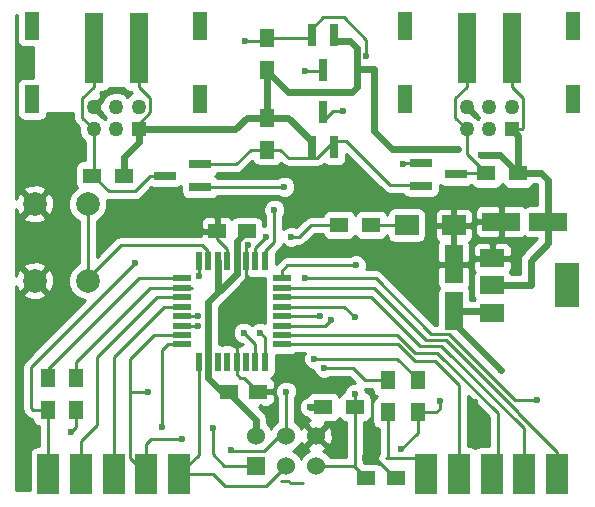
<source format=gtl>
G04 #@! TF.FileFunction,Copper,L1,Top,Signal*
%FSLAX46Y46*%
G04 Gerber Fmt 4.6, Leading zero omitted, Abs format (unit mm)*
G04 Created by KiCad (PCBNEW 4.0.7) date 06/25/18 19:06:47*
%MOMM*%
%LPD*%
G01*
G04 APERTURE LIST*
%ADD10C,0.100000*%
%ADD11R,1.846667X3.480000*%
%ADD12R,1.524000X1.524000*%
%ADD13C,1.524000*%
%ADD14C,2.000000*%
%ADD15R,1.270000X1.270000*%
%ADD16C,1.270000*%
%ADD17R,1.270000X2.340000*%
%ADD18R,1.520000X6.050000*%
%ADD19R,0.800000X1.900000*%
%ADD20R,1.900000X0.800000*%
%ADD21R,3.200000X1.500000*%
%ADD22R,1.500000X3.200000*%
%ADD23R,1.500000X1.300000*%
%ADD24R,1.500000X1.250000*%
%ADD25R,2.000000X1.700000*%
%ADD26R,1.300000X1.500000*%
%ADD27R,2.000000X3.800000*%
%ADD28R,2.000000X1.500000*%
%ADD29R,0.550000X1.600000*%
%ADD30R,1.600000X0.550000*%
%ADD31C,0.600000*%
%ADD32C,0.250000*%
%ADD33C,0.600000*%
%ADD34C,0.254000*%
G04 APERTURE END LIST*
D10*
D11*
X90940000Y-111600000D03*
X88170000Y-111600000D03*
X85400000Y-111600000D03*
X82630000Y-111600000D03*
X79860000Y-111600000D03*
X122940000Y-111600000D03*
X120170000Y-111600000D03*
X117400000Y-111600000D03*
X114630000Y-111600000D03*
X111860000Y-111600000D03*
D12*
X97460000Y-110870000D03*
D13*
X97460000Y-108330000D03*
X100000000Y-110870000D03*
X100000000Y-108330000D03*
X102540000Y-110870000D03*
X102540000Y-108330000D03*
D14*
X83200000Y-95200000D03*
X78700000Y-95200000D03*
X83200000Y-88700000D03*
X78700000Y-88700000D03*
D15*
X87503000Y-82388000D03*
D16*
X87503000Y-80483000D03*
X85598000Y-82388000D03*
X85598000Y-80483000D03*
X83693000Y-82388000D03*
X83693000Y-80483000D03*
D17*
X78486000Y-73625000D03*
D18*
X87503000Y-75530000D03*
X83693000Y-75530000D03*
D17*
X78486000Y-79848000D03*
X92710000Y-73625000D03*
X92710000Y-79848000D03*
D15*
X119105000Y-82388000D03*
D16*
X119105000Y-80483000D03*
X117200000Y-82388000D03*
X117200000Y-80483000D03*
X115295000Y-82388000D03*
X115295000Y-80483000D03*
D17*
X110088000Y-73625000D03*
D18*
X119105000Y-75530000D03*
X115295000Y-75530000D03*
D17*
X110088000Y-79848000D03*
X124312000Y-73625000D03*
X124312000Y-79848000D03*
D19*
X102150000Y-83900000D03*
X104050000Y-83900000D03*
X103100000Y-80900000D03*
X104050000Y-74400000D03*
X102150000Y-74400000D03*
X103100000Y-77400000D03*
D20*
X111400000Y-85250000D03*
X111400000Y-87150000D03*
X114400000Y-86200000D03*
X92710000Y-87250000D03*
X92710000Y-85350000D03*
X89710000Y-86300000D03*
D21*
X122200000Y-90200000D03*
X118200000Y-90200000D03*
D22*
X114200000Y-97800000D03*
X114200000Y-93800000D03*
D23*
X103150000Y-105900000D03*
X105850000Y-105900000D03*
D24*
X106800000Y-111900000D03*
X109300000Y-111900000D03*
D23*
X104500000Y-90500000D03*
X107200000Y-90500000D03*
D25*
X114200000Y-90500000D03*
X110200000Y-90500000D03*
D26*
X98400000Y-81400000D03*
X98400000Y-84100000D03*
X98400000Y-77350000D03*
X98400000Y-74650000D03*
D23*
X119650000Y-86100000D03*
X116950000Y-86100000D03*
X86250000Y-86300000D03*
X83550000Y-86300000D03*
D24*
X95150000Y-104600000D03*
X97650000Y-104600000D03*
X96650000Y-91000000D03*
X94150000Y-91000000D03*
D26*
X79800000Y-103450000D03*
X79800000Y-106150000D03*
X82200000Y-103450000D03*
X82200000Y-106150000D03*
X108585000Y-103650000D03*
X108585000Y-106350000D03*
X111125000Y-103650000D03*
X111125000Y-106350000D03*
D27*
X123750000Y-95600000D03*
D28*
X117450000Y-95600000D03*
X117450000Y-97900000D03*
X117450000Y-93300000D03*
D29*
X98200000Y-93550000D03*
X97400000Y-93550000D03*
X96600000Y-93550000D03*
X95800000Y-93550000D03*
X95000000Y-93550000D03*
X94200000Y-93550000D03*
X93400000Y-93550000D03*
X92600000Y-93550000D03*
D30*
X91150000Y-95000000D03*
X91150000Y-95800000D03*
X91150000Y-96600000D03*
X91150000Y-97400000D03*
X91150000Y-98200000D03*
X91150000Y-99000000D03*
X91150000Y-99800000D03*
X91150000Y-100600000D03*
D29*
X92600000Y-102050000D03*
X93400000Y-102050000D03*
X94200000Y-102050000D03*
X95000000Y-102050000D03*
X95800000Y-102050000D03*
X96600000Y-102050000D03*
X97400000Y-102050000D03*
X98200000Y-102050000D03*
D30*
X99650000Y-100600000D03*
X99650000Y-99800000D03*
X99650000Y-99000000D03*
X99650000Y-98200000D03*
X99650000Y-97400000D03*
X99650000Y-96600000D03*
X99650000Y-95800000D03*
X99650000Y-95000000D03*
D31*
X121200000Y-105300000D03*
X101600000Y-95000000D03*
X92600000Y-94800000D03*
X102000000Y-105900000D03*
X118200000Y-102800000D03*
X106680000Y-110236000D03*
X116015000Y-105515000D03*
X116015000Y-108600000D03*
X96000000Y-96700000D03*
X96800000Y-92200000D03*
X109728000Y-109474000D03*
X113030000Y-105410000D03*
X105900000Y-93900000D03*
X88300000Y-104600000D03*
X95300000Y-109500000D03*
X91200000Y-108600000D03*
X100000000Y-104600000D03*
X87200000Y-93700000D03*
X99000000Y-89200000D03*
X93800000Y-107700000D03*
X89500000Y-107600000D03*
X81800000Y-108000000D03*
X114554000Y-84074000D03*
X116459000Y-84582000D03*
X106800000Y-76200000D03*
X96520000Y-74930000D03*
X99850000Y-87250000D03*
X96400000Y-99600000D03*
X109900000Y-85300000D03*
X97800000Y-99600000D03*
X101600000Y-77470000D03*
X102900000Y-98200000D03*
X103800000Y-98500000D03*
X104800000Y-80800000D03*
X103200000Y-102600000D03*
X92500000Y-99000000D03*
X92500000Y-98200000D03*
X102400000Y-101800000D03*
X105800000Y-98300000D03*
X105800000Y-104800000D03*
X100400000Y-91500000D03*
X98300000Y-91500000D03*
D32*
X100300000Y-112300000D02*
X101400000Y-112300000D01*
X100200000Y-112200000D02*
X100300000Y-112300000D01*
X99600000Y-112200000D02*
X100200000Y-112200000D01*
X122940000Y-111600000D02*
X122940000Y-109740000D01*
X122940000Y-109740000D02*
X119600000Y-106400000D01*
X119600000Y-106400000D02*
X119600000Y-106300000D01*
X119600000Y-106300000D02*
X113500000Y-100200000D01*
X113500000Y-100200000D02*
X111800000Y-100200000D01*
X111800000Y-100200000D02*
X107400000Y-95800000D01*
X107400000Y-95800000D02*
X99650000Y-95800000D01*
X99650000Y-96600000D02*
X107200000Y-96600000D01*
X107200000Y-96600000D02*
X111300000Y-100700000D01*
X111300000Y-100700000D02*
X113100000Y-100700000D01*
X113100000Y-100700000D02*
X120100000Y-107700000D01*
X120100000Y-107700000D02*
X120100000Y-108360000D01*
X120100000Y-108360000D02*
X120170000Y-108430000D01*
X120170000Y-108430000D02*
X120170000Y-111600000D01*
X117400000Y-111600000D02*
X117900000Y-111100000D01*
X117900000Y-111100000D02*
X117900000Y-106400000D01*
X117900000Y-106400000D02*
X112800000Y-101300000D01*
X112800000Y-101300000D02*
X110900000Y-101300000D01*
X110900000Y-101300000D02*
X109400000Y-99800000D01*
X109400000Y-99800000D02*
X99650000Y-99800000D01*
X99650000Y-100600000D02*
X109500000Y-100600000D01*
X109500000Y-100600000D02*
X110900000Y-102000000D01*
X110900000Y-102000000D02*
X112600000Y-102000000D01*
X112600000Y-102000000D02*
X114600000Y-104000000D01*
X114600000Y-104000000D02*
X114600000Y-111570000D01*
X114600000Y-111570000D02*
X114630000Y-111600000D01*
X108458000Y-110236000D02*
X108585000Y-110109000D01*
X108585000Y-110109000D02*
X108585000Y-106350000D01*
X111312666Y-110236000D02*
X108458000Y-110236000D01*
X111860000Y-111600000D02*
X111860000Y-110783334D01*
X111860000Y-110783334D02*
X111312666Y-110236000D01*
X111800000Y-111540000D02*
X111860000Y-111600000D01*
X121200000Y-105300000D02*
X119400000Y-105300000D01*
X119400000Y-105300000D02*
X113800000Y-99700000D01*
X113800000Y-99700000D02*
X112300000Y-99700000D01*
X112300000Y-99700000D02*
X107600000Y-95000000D01*
X107600000Y-95000000D02*
X101600000Y-95000000D01*
X92600000Y-94800000D02*
X92600000Y-93550000D01*
D33*
X102000000Y-105900000D02*
X103200000Y-105900000D01*
X118200000Y-102800000D02*
X114200000Y-98800000D01*
X114200000Y-98800000D02*
X114200000Y-97800000D01*
X93400000Y-102000000D02*
X93400000Y-103400000D01*
X93400000Y-103400000D02*
X94600000Y-104600000D01*
X94600000Y-104600000D02*
X95100000Y-104600000D01*
X95100000Y-104600000D02*
X97460000Y-106960000D01*
X97460000Y-106960000D02*
X97460000Y-108330000D01*
X93400000Y-102050000D02*
X93400000Y-97000000D01*
X93400000Y-97000000D02*
X94200000Y-96200000D01*
X95800000Y-93550000D02*
X95800000Y-94600000D01*
X95800000Y-94600000D02*
X94200000Y-96200000D01*
X95800000Y-93550000D02*
X95800000Y-91850000D01*
X95800000Y-91850000D02*
X96650000Y-91000000D01*
X114200000Y-97800000D02*
X117350000Y-97800000D01*
D32*
X117350000Y-97800000D02*
X117450000Y-97900000D01*
X117400000Y-97950000D02*
X117450000Y-97900000D01*
D33*
X94200000Y-96200000D02*
X94200000Y-93550000D01*
D32*
X93400000Y-102050000D02*
X93400000Y-102850000D01*
X109300000Y-111900000D02*
X109175000Y-111900000D01*
X109175000Y-111900000D02*
X107511000Y-110236000D01*
X107511000Y-110236000D02*
X106680000Y-110236000D01*
X94996000Y-99822000D02*
X94996000Y-97704000D01*
X94996000Y-97704000D02*
X96000000Y-96700000D01*
X95800000Y-100626000D02*
X94996000Y-99822000D01*
X95800000Y-102050000D02*
X95800000Y-100626000D01*
X116015000Y-108600000D02*
X116015000Y-105515000D01*
X116100000Y-108500000D02*
X116015000Y-108585000D01*
X116015000Y-108585000D02*
X116015000Y-108600000D01*
X116100000Y-105800000D02*
X116100000Y-108500000D01*
X96600000Y-96100000D02*
X96000000Y-96700000D01*
X96600000Y-93550000D02*
X96600000Y-96100000D01*
X96600000Y-92400000D02*
X96800000Y-92200000D01*
X96600000Y-93550000D02*
X96600000Y-92400000D01*
X95800000Y-102050000D02*
X95800000Y-103100000D01*
X95800000Y-103100000D02*
X96100000Y-103400000D01*
X96100000Y-103400000D02*
X96450000Y-103400000D01*
X96450000Y-103400000D02*
X97650000Y-104600000D01*
X94150000Y-91650000D02*
X95000000Y-92500000D01*
X95000000Y-92500000D02*
X95000000Y-93550000D01*
X94150000Y-91000000D02*
X94150000Y-91650000D01*
X111125000Y-106350000D02*
X111125000Y-108077000D01*
X111125000Y-108077000D02*
X109728000Y-109474000D01*
X112725000Y-106350000D02*
X112268000Y-106350000D01*
X112268000Y-106350000D02*
X111125000Y-106350000D01*
X111000000Y-106475000D02*
X111125000Y-106350000D01*
X113030000Y-106045000D02*
X112725000Y-106350000D01*
X113030000Y-105410000D02*
X113030000Y-106045000D01*
X105900000Y-93900000D02*
X100100000Y-93900000D01*
X100100000Y-93900000D02*
X99650000Y-94350000D01*
X99650000Y-94350000D02*
X99650000Y-95000000D01*
X90940000Y-111600000D02*
X93800000Y-111600000D01*
X94800000Y-112600000D02*
X98270000Y-112600000D01*
X93800000Y-111600000D02*
X94800000Y-112600000D01*
X98270000Y-112600000D02*
X100000000Y-110870000D01*
X92600000Y-102050000D02*
X92600000Y-109940000D01*
X92600000Y-109940000D02*
X90940000Y-111600000D01*
X86800000Y-104600000D02*
X86800000Y-110230000D01*
X86800000Y-101800000D02*
X86800000Y-104600000D01*
X86800000Y-104600000D02*
X88300000Y-104600000D01*
X91150000Y-99800000D02*
X88800000Y-99800000D01*
X88800000Y-99800000D02*
X86800000Y-101800000D01*
X86800000Y-110230000D02*
X88170000Y-111600000D01*
X95300000Y-109500000D02*
X95400000Y-109600000D01*
X95400000Y-109600000D02*
X98100000Y-109600000D01*
X99370000Y-108330000D02*
X98100000Y-109600000D01*
X100000000Y-108330000D02*
X99370000Y-108330000D01*
X91200000Y-108600000D02*
X88600000Y-108600000D01*
X88600000Y-108600000D02*
X88170000Y-109030000D01*
X88170000Y-109030000D02*
X88170000Y-111600000D01*
X100000000Y-108330000D02*
X100000000Y-104600000D01*
X85400000Y-102200000D02*
X85400000Y-104600000D01*
X91150000Y-97400000D02*
X89700000Y-97400000D01*
X89700000Y-97400000D02*
X85400000Y-101700000D01*
X85400000Y-101700000D02*
X85400000Y-102200000D01*
X85400000Y-104600000D02*
X85400000Y-111600000D01*
X91150000Y-96600000D02*
X89100000Y-96600000D01*
X89100000Y-96600000D02*
X84000000Y-101700000D01*
X84000000Y-101700000D02*
X84000000Y-107400000D01*
X84000000Y-107400000D02*
X82630000Y-108770000D01*
X82630000Y-108770000D02*
X82630000Y-111600000D01*
X87200000Y-93700000D02*
X78400000Y-102500000D01*
X78400000Y-102500000D02*
X78400000Y-106000000D01*
X78400000Y-106000000D02*
X78550000Y-106150000D01*
X78550000Y-106150000D02*
X79800000Y-106150000D01*
X99000000Y-89200000D02*
X99000000Y-91900000D01*
X99000000Y-91900000D02*
X98200000Y-92700000D01*
X98200000Y-92700000D02*
X98200000Y-93550000D01*
X79800000Y-106150000D02*
X79800000Y-111540000D01*
X79800000Y-111540000D02*
X79860000Y-111600000D01*
X93800000Y-109900000D02*
X93800000Y-107700000D01*
X94770000Y-110870000D02*
X93800000Y-109900000D01*
X97460000Y-110870000D02*
X94770000Y-110870000D01*
X89500000Y-107600000D02*
X89500000Y-101100000D01*
X89500000Y-101100000D02*
X90000000Y-100600000D01*
X90000000Y-100600000D02*
X91150000Y-100600000D01*
X82200000Y-106150000D02*
X82200000Y-107600000D01*
X82200000Y-107600000D02*
X81800000Y-108000000D01*
X119105000Y-82388000D02*
X119990000Y-82388000D01*
X119990000Y-82388000D02*
X120065001Y-82312999D01*
X120065001Y-82312999D02*
X120065001Y-79765001D01*
X120065001Y-79765001D02*
X119105000Y-78805000D01*
X119105000Y-78805000D02*
X119105000Y-75530000D01*
X87503000Y-82388000D02*
X87503000Y-81903802D01*
X87503000Y-81903802D02*
X88463001Y-80943801D01*
X88463001Y-80943801D02*
X88463001Y-79765001D01*
X88463001Y-79765001D02*
X87503000Y-78805000D01*
X87503000Y-78805000D02*
X87503000Y-75530000D01*
D33*
X87503000Y-82388000D02*
X87503000Y-82162802D01*
X87503000Y-77795000D02*
X87503000Y-75530000D01*
X98400000Y-77350000D02*
X98400000Y-77450000D01*
X98400000Y-77450000D02*
X100150001Y-79200001D01*
X100150001Y-79200001D02*
X105599999Y-79200001D01*
X105599999Y-79200001D02*
X106000000Y-78800000D01*
X107400000Y-82508000D02*
X108966000Y-84074000D01*
X108966000Y-84074000D02*
X114554000Y-84074000D01*
X107400000Y-77300000D02*
X107400000Y-82508000D01*
X119650000Y-86100000D02*
X118132000Y-84582000D01*
X118132000Y-84582000D02*
X116459000Y-84582000D01*
X104050000Y-74900000D02*
X105400000Y-74900000D01*
X119650000Y-85250000D02*
X119650000Y-86100000D01*
X106000000Y-77300000D02*
X106000000Y-75500000D01*
X106000000Y-78800000D02*
X106000000Y-77300000D01*
X106000000Y-77300000D02*
X107400000Y-77300000D01*
X106000000Y-75500000D02*
X105400000Y-74900000D01*
X95688000Y-82388000D02*
X96676000Y-81400000D01*
X87505000Y-82388000D02*
X95688000Y-82388000D01*
X119650000Y-86100000D02*
X119650000Y-82933000D01*
X119650000Y-82933000D02*
X119105000Y-82388000D01*
X87505000Y-83495000D02*
X86250000Y-84750000D01*
X86250000Y-84750000D02*
X86250000Y-86300000D01*
X87505000Y-82388000D02*
X87505000Y-83495000D01*
X121600000Y-86100000D02*
X122200000Y-86700000D01*
X122200000Y-86700000D02*
X122200000Y-90200000D01*
X119650000Y-86100000D02*
X121600000Y-86100000D01*
X120700000Y-93500000D02*
X122200000Y-92000000D01*
X122200000Y-92000000D02*
X122200000Y-90200000D01*
X120700000Y-95600000D02*
X120700000Y-93500000D01*
X117450000Y-95600000D02*
X120700000Y-95600000D01*
X96676000Y-81400000D02*
X98400000Y-81400000D01*
X98400000Y-81400000D02*
X100150000Y-81400000D01*
X100150000Y-81400000D02*
X102150000Y-83400000D01*
X98400000Y-77350000D02*
X98400000Y-81400000D01*
D32*
X104902000Y-72898000D02*
X103102000Y-72898000D01*
X103102000Y-72898000D02*
X102150000Y-73850000D01*
X102150000Y-73850000D02*
X102150000Y-74400000D01*
X106800000Y-74796000D02*
X104902000Y-72898000D01*
X106800000Y-76200000D02*
X106800000Y-74796000D01*
X96520000Y-74930000D02*
X98120000Y-74930000D01*
X98120000Y-74930000D02*
X98400000Y-74650000D01*
X102150000Y-74900000D02*
X102150000Y-73950000D01*
X98400000Y-74650000D02*
X101900000Y-74650000D01*
X101900000Y-74650000D02*
X102150000Y-74900000D01*
X99850000Y-87250000D02*
X92710000Y-87250000D01*
X97400000Y-100600000D02*
X96400000Y-99600000D01*
X97400000Y-102050000D02*
X97400000Y-100600000D01*
X109900000Y-85300000D02*
X109950000Y-85250000D01*
X109950000Y-85250000D02*
X111900000Y-85250000D01*
X98200000Y-100000000D02*
X97800000Y-99600000D01*
X98200000Y-102050000D02*
X98200000Y-100000000D01*
X101600000Y-77470000D02*
X103030000Y-77470000D01*
X103030000Y-77470000D02*
X103100000Y-77400000D01*
X103100000Y-77700000D02*
X103100000Y-76900000D01*
X99650000Y-98200000D02*
X102900000Y-98200000D01*
X103800000Y-98500000D02*
X103300000Y-99000000D01*
X103300000Y-99000000D02*
X99650000Y-99000000D01*
X104800000Y-80800000D02*
X104000000Y-80800000D01*
X104000000Y-80800000D02*
X103400000Y-81400000D01*
X103400000Y-81400000D02*
X103100000Y-81400000D01*
X107600000Y-103650000D02*
X108585000Y-103650000D01*
X103200000Y-102600000D02*
X105650000Y-102600000D01*
X105650000Y-102600000D02*
X106700000Y-103650000D01*
X106700000Y-103650000D02*
X107600000Y-103650000D01*
X91150000Y-99000000D02*
X92500000Y-99000000D01*
X102400000Y-101800000D02*
X109375000Y-101800000D01*
X109375000Y-101800000D02*
X111125000Y-103550000D01*
X111125000Y-103550000D02*
X111125000Y-103650000D01*
X91150000Y-98200000D02*
X92500000Y-98200000D01*
X82200000Y-103450000D02*
X82200000Y-102100000D01*
X82200000Y-102100000D02*
X88500000Y-95800000D01*
X88500000Y-95800000D02*
X91150000Y-95800000D01*
X92000000Y-95800000D02*
X91150000Y-95800000D01*
X79800000Y-103450000D02*
X79800000Y-102700000D01*
X79800000Y-102700000D02*
X87500000Y-95000000D01*
X87500000Y-95000000D02*
X91150000Y-95000000D01*
X105800000Y-104800000D02*
X105800000Y-105850000D01*
X105800000Y-105850000D02*
X105850000Y-105900000D01*
X105730000Y-110870000D02*
X105770000Y-110870000D01*
X105770000Y-110870000D02*
X106800000Y-111900000D01*
X105800000Y-104800000D02*
X105800000Y-110800000D01*
X105800000Y-110800000D02*
X105730000Y-110870000D01*
X105730000Y-110870000D02*
X102540000Y-110870000D01*
X105800000Y-98300000D02*
X104900000Y-97400000D01*
X104900000Y-97400000D02*
X99650000Y-97400000D01*
X84980000Y-87630000D02*
X87180000Y-87630000D01*
X87180000Y-87630000D02*
X88510000Y-86300000D01*
X88510000Y-86300000D02*
X89710000Y-86300000D01*
X83650000Y-86300000D02*
X84980000Y-87630000D01*
X89710000Y-86300000D02*
X89160000Y-86300000D01*
X83550000Y-86300000D02*
X83650000Y-86300000D01*
X83693000Y-82388000D02*
X82732999Y-81427999D01*
X82732999Y-81427999D02*
X82732999Y-79765001D01*
X82732999Y-79765001D02*
X83693000Y-78805000D01*
X83693000Y-78805000D02*
X83693000Y-75530000D01*
X83695000Y-82388000D02*
X83695000Y-86155000D01*
X83695000Y-86155000D02*
X83550000Y-86300000D01*
X115295000Y-82388000D02*
X114334999Y-81427999D01*
X114334999Y-81427999D02*
X114334999Y-79765001D01*
X114334999Y-79765001D02*
X115295000Y-78805000D01*
X115295000Y-78805000D02*
X115295000Y-75530000D01*
X116950000Y-86100000D02*
X114000000Y-86100000D01*
X114000000Y-86100000D02*
X113900000Y-86200000D01*
X115295000Y-82388000D02*
X115295000Y-84445000D01*
X115295000Y-84445000D02*
X116950000Y-86100000D01*
X97002000Y-84100000D02*
X95752000Y-85350000D01*
X95752000Y-85350000D02*
X92710000Y-85350000D01*
X98400000Y-84100000D02*
X97002000Y-84100000D01*
X104050000Y-83400000D02*
X105100000Y-83400000D01*
X105100000Y-83400000D02*
X108800000Y-87100000D01*
X108800000Y-87100000D02*
X111850000Y-87100000D01*
X111850000Y-87100000D02*
X111900000Y-87150000D01*
X98400000Y-84100000D02*
X99500000Y-84100000D01*
X99500000Y-84100000D02*
X100200000Y-84800000D01*
X100200000Y-84800000D02*
X102650000Y-84800000D01*
X102650000Y-84800000D02*
X104050000Y-83400000D01*
X107200000Y-90500000D02*
X110200000Y-90500000D01*
X101100000Y-91500000D02*
X102100000Y-90500000D01*
X102100000Y-90500000D02*
X104500000Y-90500000D01*
X100400000Y-91500000D02*
X101100000Y-91500000D01*
X98300000Y-91500000D02*
X97400000Y-92400000D01*
X97400000Y-92400000D02*
X97400000Y-93550000D01*
X85200000Y-93000000D02*
X83200000Y-95000000D01*
X86000000Y-92200000D02*
X85200000Y-93000000D01*
X85200000Y-93000000D02*
X84000000Y-94200000D01*
X83200000Y-93700000D02*
X83200000Y-90500000D01*
X83200000Y-95000000D02*
X83200000Y-93700000D01*
X83200000Y-93700000D02*
X83200000Y-95200000D01*
X83200000Y-90500000D02*
X83200000Y-89300000D01*
X83200000Y-90500000D02*
X83200000Y-88700000D01*
X93400000Y-93550000D02*
X93400000Y-92700000D01*
X93400000Y-92700000D02*
X92900000Y-92200000D01*
X92900000Y-92200000D02*
X86000000Y-92200000D01*
X83200000Y-89300000D02*
X82800000Y-88900000D01*
D34*
G36*
X77203560Y-74795000D02*
X77247838Y-75030317D01*
X77386910Y-75246441D01*
X77599110Y-75391431D01*
X77851000Y-75442440D01*
X78538000Y-75442440D01*
X78538000Y-78030560D01*
X77851000Y-78030560D01*
X77615683Y-78074838D01*
X77399559Y-78213910D01*
X77254569Y-78426110D01*
X77203560Y-78678000D01*
X77203560Y-81018000D01*
X77247838Y-81253317D01*
X77386910Y-81469441D01*
X77599110Y-81614431D01*
X77851000Y-81665440D01*
X79121000Y-81665440D01*
X79356317Y-81621162D01*
X79572441Y-81482090D01*
X79717431Y-81269890D01*
X79768440Y-81018000D01*
X79768440Y-80974000D01*
X81972999Y-80974000D01*
X81972999Y-81427999D01*
X82030851Y-81718838D01*
X82195598Y-81965400D01*
X82423170Y-82192972D01*
X82422780Y-82639510D01*
X82615718Y-83106458D01*
X82935000Y-83426297D01*
X82935000Y-85002560D01*
X82800000Y-85002560D01*
X82564683Y-85046838D01*
X82348559Y-85185910D01*
X82203569Y-85398110D01*
X82152560Y-85650000D01*
X82152560Y-86950000D01*
X82196838Y-87185317D01*
X82278226Y-87311797D01*
X82275057Y-87313106D01*
X81814722Y-87772637D01*
X81565284Y-88373352D01*
X81564716Y-89023795D01*
X81813106Y-89624943D01*
X82272637Y-90085278D01*
X82440000Y-90154773D01*
X82440000Y-93744953D01*
X82275057Y-93813106D01*
X81814722Y-94272637D01*
X81565284Y-94873352D01*
X81564716Y-95523795D01*
X81813106Y-96124943D01*
X82272637Y-96585278D01*
X82873352Y-96834716D01*
X82990380Y-96834818D01*
X77862599Y-101962599D01*
X77697852Y-102209161D01*
X77640000Y-102500000D01*
X77640000Y-106000000D01*
X77697852Y-106290839D01*
X77862599Y-106537401D01*
X78012599Y-106687401D01*
X78259161Y-106852148D01*
X78502670Y-106900585D01*
X78546838Y-107135317D01*
X78685910Y-107351441D01*
X78898110Y-107496431D01*
X79040000Y-107525164D01*
X79040000Y-109212560D01*
X78936667Y-109212560D01*
X78701350Y-109256838D01*
X78485226Y-109395910D01*
X78340236Y-109608110D01*
X78289227Y-109860000D01*
X78289227Y-112891500D01*
X77100500Y-112891500D01*
X77100500Y-96352532D01*
X77727073Y-96352532D01*
X77825736Y-96619387D01*
X78435461Y-96845908D01*
X79085460Y-96821856D01*
X79574264Y-96619387D01*
X79672927Y-96352532D01*
X78700000Y-95379605D01*
X77727073Y-96352532D01*
X77100500Y-96352532D01*
X77100500Y-95639432D01*
X77280613Y-96074264D01*
X77547468Y-96172927D01*
X78520395Y-95200000D01*
X78879605Y-95200000D01*
X79852532Y-96172927D01*
X80119387Y-96074264D01*
X80345908Y-95464539D01*
X80321856Y-94814540D01*
X80119387Y-94325736D01*
X79852532Y-94227073D01*
X78879605Y-95200000D01*
X78520395Y-95200000D01*
X77547468Y-94227073D01*
X77280613Y-94325736D01*
X77100500Y-94810545D01*
X77100500Y-94047468D01*
X77727073Y-94047468D01*
X78700000Y-95020395D01*
X79672927Y-94047468D01*
X79574264Y-93780613D01*
X78964539Y-93554092D01*
X78314540Y-93578144D01*
X77825736Y-93780613D01*
X77727073Y-94047468D01*
X77100500Y-94047468D01*
X77100500Y-89852532D01*
X77727073Y-89852532D01*
X77825736Y-90119387D01*
X78435461Y-90345908D01*
X79085460Y-90321856D01*
X79574264Y-90119387D01*
X79672927Y-89852532D01*
X78700000Y-88879605D01*
X77727073Y-89852532D01*
X77100500Y-89852532D01*
X77100500Y-89139432D01*
X77280613Y-89574264D01*
X77547468Y-89672927D01*
X78520395Y-88700000D01*
X78879605Y-88700000D01*
X79852532Y-89672927D01*
X80119387Y-89574264D01*
X80345908Y-88964539D01*
X80321856Y-88314540D01*
X80119387Y-87825736D01*
X79852532Y-87727073D01*
X78879605Y-88700000D01*
X78520395Y-88700000D01*
X77547468Y-87727073D01*
X77280613Y-87825736D01*
X77100500Y-88310545D01*
X77100500Y-87547468D01*
X77727073Y-87547468D01*
X78700000Y-88520395D01*
X79672927Y-87547468D01*
X79574264Y-87280613D01*
X78964539Y-87054092D01*
X78314540Y-87078144D01*
X77825736Y-87280613D01*
X77727073Y-87547468D01*
X77100500Y-87547468D01*
X77100500Y-72719000D01*
X77203560Y-72719000D01*
X77203560Y-74795000D01*
X77203560Y-74795000D01*
G37*
X77203560Y-74795000D02*
X77247838Y-75030317D01*
X77386910Y-75246441D01*
X77599110Y-75391431D01*
X77851000Y-75442440D01*
X78538000Y-75442440D01*
X78538000Y-78030560D01*
X77851000Y-78030560D01*
X77615683Y-78074838D01*
X77399559Y-78213910D01*
X77254569Y-78426110D01*
X77203560Y-78678000D01*
X77203560Y-81018000D01*
X77247838Y-81253317D01*
X77386910Y-81469441D01*
X77599110Y-81614431D01*
X77851000Y-81665440D01*
X79121000Y-81665440D01*
X79356317Y-81621162D01*
X79572441Y-81482090D01*
X79717431Y-81269890D01*
X79768440Y-81018000D01*
X79768440Y-80974000D01*
X81972999Y-80974000D01*
X81972999Y-81427999D01*
X82030851Y-81718838D01*
X82195598Y-81965400D01*
X82423170Y-82192972D01*
X82422780Y-82639510D01*
X82615718Y-83106458D01*
X82935000Y-83426297D01*
X82935000Y-85002560D01*
X82800000Y-85002560D01*
X82564683Y-85046838D01*
X82348559Y-85185910D01*
X82203569Y-85398110D01*
X82152560Y-85650000D01*
X82152560Y-86950000D01*
X82196838Y-87185317D01*
X82278226Y-87311797D01*
X82275057Y-87313106D01*
X81814722Y-87772637D01*
X81565284Y-88373352D01*
X81564716Y-89023795D01*
X81813106Y-89624943D01*
X82272637Y-90085278D01*
X82440000Y-90154773D01*
X82440000Y-93744953D01*
X82275057Y-93813106D01*
X81814722Y-94272637D01*
X81565284Y-94873352D01*
X81564716Y-95523795D01*
X81813106Y-96124943D01*
X82272637Y-96585278D01*
X82873352Y-96834716D01*
X82990380Y-96834818D01*
X77862599Y-101962599D01*
X77697852Y-102209161D01*
X77640000Y-102500000D01*
X77640000Y-106000000D01*
X77697852Y-106290839D01*
X77862599Y-106537401D01*
X78012599Y-106687401D01*
X78259161Y-106852148D01*
X78502670Y-106900585D01*
X78546838Y-107135317D01*
X78685910Y-107351441D01*
X78898110Y-107496431D01*
X79040000Y-107525164D01*
X79040000Y-109212560D01*
X78936667Y-109212560D01*
X78701350Y-109256838D01*
X78485226Y-109395910D01*
X78340236Y-109608110D01*
X78289227Y-109860000D01*
X78289227Y-112891500D01*
X77100500Y-112891500D01*
X77100500Y-96352532D01*
X77727073Y-96352532D01*
X77825736Y-96619387D01*
X78435461Y-96845908D01*
X79085460Y-96821856D01*
X79574264Y-96619387D01*
X79672927Y-96352532D01*
X78700000Y-95379605D01*
X77727073Y-96352532D01*
X77100500Y-96352532D01*
X77100500Y-95639432D01*
X77280613Y-96074264D01*
X77547468Y-96172927D01*
X78520395Y-95200000D01*
X78879605Y-95200000D01*
X79852532Y-96172927D01*
X80119387Y-96074264D01*
X80345908Y-95464539D01*
X80321856Y-94814540D01*
X80119387Y-94325736D01*
X79852532Y-94227073D01*
X78879605Y-95200000D01*
X78520395Y-95200000D01*
X77547468Y-94227073D01*
X77280613Y-94325736D01*
X77100500Y-94810545D01*
X77100500Y-94047468D01*
X77727073Y-94047468D01*
X78700000Y-95020395D01*
X79672927Y-94047468D01*
X79574264Y-93780613D01*
X78964539Y-93554092D01*
X78314540Y-93578144D01*
X77825736Y-93780613D01*
X77727073Y-94047468D01*
X77100500Y-94047468D01*
X77100500Y-89852532D01*
X77727073Y-89852532D01*
X77825736Y-90119387D01*
X78435461Y-90345908D01*
X79085460Y-90321856D01*
X79574264Y-90119387D01*
X79672927Y-89852532D01*
X78700000Y-88879605D01*
X77727073Y-89852532D01*
X77100500Y-89852532D01*
X77100500Y-89139432D01*
X77280613Y-89574264D01*
X77547468Y-89672927D01*
X78520395Y-88700000D01*
X78879605Y-88700000D01*
X79852532Y-89672927D01*
X80119387Y-89574264D01*
X80345908Y-88964539D01*
X80321856Y-88314540D01*
X80119387Y-87825736D01*
X79852532Y-87727073D01*
X78879605Y-88700000D01*
X78520395Y-88700000D01*
X77547468Y-87727073D01*
X77280613Y-87825736D01*
X77100500Y-88310545D01*
X77100500Y-87547468D01*
X77727073Y-87547468D01*
X78700000Y-88520395D01*
X79672927Y-87547468D01*
X79574264Y-87280613D01*
X78964539Y-87054092D01*
X78314540Y-87078144D01*
X77825736Y-87280613D01*
X77727073Y-87547468D01*
X77100500Y-87547468D01*
X77100500Y-72719000D01*
X77203560Y-72719000D01*
X77203560Y-74795000D01*
G36*
X109427000Y-111773000D02*
X109447000Y-111773000D01*
X109447000Y-112027000D01*
X109427000Y-112027000D01*
X109427000Y-112047000D01*
X109173000Y-112047000D01*
X109173000Y-112027000D01*
X109153000Y-112027000D01*
X109153000Y-111773000D01*
X109173000Y-111773000D01*
X109173000Y-111753000D01*
X109427000Y-111753000D01*
X109427000Y-111773000D01*
X109427000Y-111773000D01*
G37*
X109427000Y-111773000D02*
X109447000Y-111773000D01*
X109447000Y-112027000D01*
X109427000Y-112027000D01*
X109427000Y-112047000D01*
X109173000Y-112047000D01*
X109173000Y-112027000D01*
X109153000Y-112027000D01*
X109153000Y-111773000D01*
X109173000Y-111773000D01*
X109173000Y-111753000D01*
X109427000Y-111753000D01*
X109427000Y-111773000D01*
G36*
X106700000Y-104410000D02*
X107289442Y-104410000D01*
X107331838Y-104635317D01*
X107470910Y-104851441D01*
X107683110Y-104996431D01*
X107696197Y-104999081D01*
X107483559Y-105135910D01*
X107338569Y-105348110D01*
X107287560Y-105600000D01*
X107287560Y-107100000D01*
X107331838Y-107335317D01*
X107470910Y-107551441D01*
X107683110Y-107696431D01*
X107825000Y-107725164D01*
X107825000Y-109841673D01*
X107755852Y-109945161D01*
X107698000Y-110236000D01*
X107755852Y-110526839D01*
X107903728Y-110748152D01*
X107801890Y-110678569D01*
X107550000Y-110627560D01*
X106602362Y-110627560D01*
X106560000Y-110585198D01*
X106560000Y-107197440D01*
X106600000Y-107197440D01*
X106835317Y-107153162D01*
X107051441Y-107014090D01*
X107196431Y-106801890D01*
X107247440Y-106550000D01*
X107247440Y-105250000D01*
X107203162Y-105014683D01*
X107064090Y-104798559D01*
X106851890Y-104653569D01*
X106735149Y-104629928D01*
X106735162Y-104614833D01*
X106646097Y-104399278D01*
X106700000Y-104410000D01*
X106700000Y-104410000D01*
G37*
X106700000Y-104410000D02*
X107289442Y-104410000D01*
X107331838Y-104635317D01*
X107470910Y-104851441D01*
X107683110Y-104996431D01*
X107696197Y-104999081D01*
X107483559Y-105135910D01*
X107338569Y-105348110D01*
X107287560Y-105600000D01*
X107287560Y-107100000D01*
X107331838Y-107335317D01*
X107470910Y-107551441D01*
X107683110Y-107696431D01*
X107825000Y-107725164D01*
X107825000Y-109841673D01*
X107755852Y-109945161D01*
X107698000Y-110236000D01*
X107755852Y-110526839D01*
X107903728Y-110748152D01*
X107801890Y-110678569D01*
X107550000Y-110627560D01*
X106602362Y-110627560D01*
X106560000Y-110585198D01*
X106560000Y-107197440D01*
X106600000Y-107197440D01*
X106835317Y-107153162D01*
X107051441Y-107014090D01*
X107196431Y-106801890D01*
X107247440Y-106550000D01*
X107247440Y-105250000D01*
X107203162Y-105014683D01*
X107064090Y-104798559D01*
X106851890Y-104653569D01*
X106735149Y-104629928D01*
X106735162Y-104614833D01*
X106646097Y-104399278D01*
X106700000Y-104410000D01*
G36*
X101465162Y-101613201D02*
X101464838Y-101985167D01*
X101606883Y-102328943D01*
X101869673Y-102592192D01*
X102213201Y-102734838D01*
X102264882Y-102734883D01*
X102264838Y-102785167D01*
X102406883Y-103128943D01*
X102669673Y-103392192D01*
X103013201Y-103534838D01*
X103385167Y-103535162D01*
X103728943Y-103393117D01*
X103762118Y-103360000D01*
X105335198Y-103360000D01*
X105840232Y-103865034D01*
X105614833Y-103864838D01*
X105271057Y-104006883D01*
X105007808Y-104269673D01*
X104865162Y-104613201D01*
X104865133Y-104646753D01*
X104864683Y-104646838D01*
X104648559Y-104785910D01*
X104503569Y-104998110D01*
X104500919Y-105011197D01*
X104364090Y-104798559D01*
X104151890Y-104653569D01*
X103900000Y-104602560D01*
X102400000Y-104602560D01*
X102164683Y-104646838D01*
X101948559Y-104785910D01*
X101826296Y-104964848D01*
X101814833Y-104964838D01*
X101471057Y-105106883D01*
X101207808Y-105369673D01*
X101065162Y-105713201D01*
X101064838Y-106085167D01*
X101206883Y-106428943D01*
X101469673Y-106692192D01*
X101813201Y-106834838D01*
X101828713Y-106834852D01*
X101935910Y-107001441D01*
X101984690Y-107034771D01*
X101808857Y-107107603D01*
X101739392Y-107349787D01*
X102540000Y-108150395D01*
X103340608Y-107349787D01*
X103296911Y-107197440D01*
X103900000Y-107197440D01*
X104135317Y-107153162D01*
X104351441Y-107014090D01*
X104496431Y-106801890D01*
X104499081Y-106788803D01*
X104635910Y-107001441D01*
X104848110Y-107146431D01*
X105040000Y-107185290D01*
X105040000Y-110110000D01*
X103737531Y-110110000D01*
X103725010Y-110079697D01*
X103332370Y-109686371D01*
X103140273Y-109606605D01*
X103271143Y-109552397D01*
X103340608Y-109310213D01*
X102540000Y-108509605D01*
X101739392Y-109310213D01*
X101808857Y-109552397D01*
X101949318Y-109602509D01*
X101749697Y-109684990D01*
X101356371Y-110077630D01*
X101270051Y-110285512D01*
X101185010Y-110079697D01*
X100792370Y-109686371D01*
X100584488Y-109600051D01*
X100790303Y-109515010D01*
X101183629Y-109122370D01*
X101263395Y-108930273D01*
X101317603Y-109061143D01*
X101559787Y-109130608D01*
X102360395Y-108330000D01*
X102719605Y-108330000D01*
X103520213Y-109130608D01*
X103762397Y-109061143D01*
X103949144Y-108537698D01*
X103921362Y-107982632D01*
X103762397Y-107598857D01*
X103520213Y-107529392D01*
X102719605Y-108330000D01*
X102360395Y-108330000D01*
X101559787Y-107529392D01*
X101317603Y-107598857D01*
X101267491Y-107739318D01*
X101185010Y-107539697D01*
X100792370Y-107146371D01*
X100760000Y-107132930D01*
X100760000Y-105162463D01*
X100792192Y-105130327D01*
X100934838Y-104786799D01*
X100935162Y-104414833D01*
X100793117Y-104071057D01*
X100530327Y-103807808D01*
X100186799Y-103665162D01*
X99814833Y-103664838D01*
X99471057Y-103806883D01*
X99207808Y-104069673D01*
X99065162Y-104413201D01*
X99064838Y-104785167D01*
X99206883Y-105128943D01*
X99240000Y-105162118D01*
X99240000Y-107132469D01*
X99209697Y-107144990D01*
X98816371Y-107537630D01*
X98730051Y-107745512D01*
X98645010Y-107539697D01*
X98395000Y-107289250D01*
X98395000Y-106960000D01*
X98323827Y-106602191D01*
X98121145Y-106298855D01*
X97682290Y-105860000D01*
X97777002Y-105860000D01*
X97777002Y-105701252D01*
X97935750Y-105860000D01*
X98526309Y-105860000D01*
X98759698Y-105763327D01*
X98938327Y-105584699D01*
X99035000Y-105351310D01*
X99035000Y-104885750D01*
X98876250Y-104727000D01*
X97777000Y-104727000D01*
X97777000Y-104747000D01*
X97523000Y-104747000D01*
X97523000Y-104727000D01*
X97503000Y-104727000D01*
X97503000Y-104473000D01*
X97523000Y-104473000D01*
X97523000Y-104453000D01*
X97777000Y-104453000D01*
X97777000Y-104473000D01*
X98876250Y-104473000D01*
X99035000Y-104314250D01*
X99035000Y-103848690D01*
X98938327Y-103615301D01*
X98759698Y-103436673D01*
X98745245Y-103430686D01*
X98926441Y-103314090D01*
X99071431Y-103101890D01*
X99122440Y-102850000D01*
X99122440Y-101522440D01*
X100450000Y-101522440D01*
X100685317Y-101478162D01*
X100868946Y-101360000D01*
X101570301Y-101360000D01*
X101465162Y-101613201D01*
X101465162Y-101613201D01*
G37*
X101465162Y-101613201D02*
X101464838Y-101985167D01*
X101606883Y-102328943D01*
X101869673Y-102592192D01*
X102213201Y-102734838D01*
X102264882Y-102734883D01*
X102264838Y-102785167D01*
X102406883Y-103128943D01*
X102669673Y-103392192D01*
X103013201Y-103534838D01*
X103385167Y-103535162D01*
X103728943Y-103393117D01*
X103762118Y-103360000D01*
X105335198Y-103360000D01*
X105840232Y-103865034D01*
X105614833Y-103864838D01*
X105271057Y-104006883D01*
X105007808Y-104269673D01*
X104865162Y-104613201D01*
X104865133Y-104646753D01*
X104864683Y-104646838D01*
X104648559Y-104785910D01*
X104503569Y-104998110D01*
X104500919Y-105011197D01*
X104364090Y-104798559D01*
X104151890Y-104653569D01*
X103900000Y-104602560D01*
X102400000Y-104602560D01*
X102164683Y-104646838D01*
X101948559Y-104785910D01*
X101826296Y-104964848D01*
X101814833Y-104964838D01*
X101471057Y-105106883D01*
X101207808Y-105369673D01*
X101065162Y-105713201D01*
X101064838Y-106085167D01*
X101206883Y-106428943D01*
X101469673Y-106692192D01*
X101813201Y-106834838D01*
X101828713Y-106834852D01*
X101935910Y-107001441D01*
X101984690Y-107034771D01*
X101808857Y-107107603D01*
X101739392Y-107349787D01*
X102540000Y-108150395D01*
X103340608Y-107349787D01*
X103296911Y-107197440D01*
X103900000Y-107197440D01*
X104135317Y-107153162D01*
X104351441Y-107014090D01*
X104496431Y-106801890D01*
X104499081Y-106788803D01*
X104635910Y-107001441D01*
X104848110Y-107146431D01*
X105040000Y-107185290D01*
X105040000Y-110110000D01*
X103737531Y-110110000D01*
X103725010Y-110079697D01*
X103332370Y-109686371D01*
X103140273Y-109606605D01*
X103271143Y-109552397D01*
X103340608Y-109310213D01*
X102540000Y-108509605D01*
X101739392Y-109310213D01*
X101808857Y-109552397D01*
X101949318Y-109602509D01*
X101749697Y-109684990D01*
X101356371Y-110077630D01*
X101270051Y-110285512D01*
X101185010Y-110079697D01*
X100792370Y-109686371D01*
X100584488Y-109600051D01*
X100790303Y-109515010D01*
X101183629Y-109122370D01*
X101263395Y-108930273D01*
X101317603Y-109061143D01*
X101559787Y-109130608D01*
X102360395Y-108330000D01*
X102719605Y-108330000D01*
X103520213Y-109130608D01*
X103762397Y-109061143D01*
X103949144Y-108537698D01*
X103921362Y-107982632D01*
X103762397Y-107598857D01*
X103520213Y-107529392D01*
X102719605Y-108330000D01*
X102360395Y-108330000D01*
X101559787Y-107529392D01*
X101317603Y-107598857D01*
X101267491Y-107739318D01*
X101185010Y-107539697D01*
X100792370Y-107146371D01*
X100760000Y-107132930D01*
X100760000Y-105162463D01*
X100792192Y-105130327D01*
X100934838Y-104786799D01*
X100935162Y-104414833D01*
X100793117Y-104071057D01*
X100530327Y-103807808D01*
X100186799Y-103665162D01*
X99814833Y-103664838D01*
X99471057Y-103806883D01*
X99207808Y-104069673D01*
X99065162Y-104413201D01*
X99064838Y-104785167D01*
X99206883Y-105128943D01*
X99240000Y-105162118D01*
X99240000Y-107132469D01*
X99209697Y-107144990D01*
X98816371Y-107537630D01*
X98730051Y-107745512D01*
X98645010Y-107539697D01*
X98395000Y-107289250D01*
X98395000Y-106960000D01*
X98323827Y-106602191D01*
X98121145Y-106298855D01*
X97682290Y-105860000D01*
X97777002Y-105860000D01*
X97777002Y-105701252D01*
X97935750Y-105860000D01*
X98526309Y-105860000D01*
X98759698Y-105763327D01*
X98938327Y-105584699D01*
X99035000Y-105351310D01*
X99035000Y-104885750D01*
X98876250Y-104727000D01*
X97777000Y-104727000D01*
X97777000Y-104747000D01*
X97523000Y-104747000D01*
X97523000Y-104727000D01*
X97503000Y-104727000D01*
X97503000Y-104473000D01*
X97523000Y-104473000D01*
X97523000Y-104453000D01*
X97777000Y-104453000D01*
X97777000Y-104473000D01*
X98876250Y-104473000D01*
X99035000Y-104314250D01*
X99035000Y-103848690D01*
X98938327Y-103615301D01*
X98759698Y-103436673D01*
X98745245Y-103430686D01*
X98926441Y-103314090D01*
X99071431Y-103101890D01*
X99122440Y-102850000D01*
X99122440Y-101522440D01*
X100450000Y-101522440D01*
X100685317Y-101478162D01*
X100868946Y-101360000D01*
X101570301Y-101360000D01*
X101465162Y-101613201D01*
G36*
X117140000Y-106714802D02*
X117140000Y-109212560D01*
X116476667Y-109212560D01*
X116241350Y-109256838D01*
X116025226Y-109395910D01*
X116016851Y-109408168D01*
X115805223Y-109263569D01*
X115553333Y-109212560D01*
X115360000Y-109212560D01*
X115360000Y-104934802D01*
X117140000Y-106714802D01*
X117140000Y-106714802D01*
G37*
X117140000Y-106714802D02*
X117140000Y-109212560D01*
X116476667Y-109212560D01*
X116241350Y-109256838D01*
X116025226Y-109395910D01*
X116016851Y-109408168D01*
X115805223Y-109263569D01*
X115553333Y-109212560D01*
X115360000Y-109212560D01*
X115360000Y-104934802D01*
X117140000Y-106714802D01*
G36*
X96791245Y-94890495D02*
X96885750Y-94985000D01*
X97001310Y-94985000D01*
X97021753Y-94976532D01*
X97125000Y-94997440D01*
X97675000Y-94997440D01*
X97804589Y-94973056D01*
X97925000Y-94997440D01*
X98202560Y-94997440D01*
X98202560Y-95275000D01*
X98226944Y-95404589D01*
X98202560Y-95525000D01*
X98202560Y-96075000D01*
X98226944Y-96204589D01*
X98202560Y-96325000D01*
X98202560Y-96875000D01*
X98226944Y-97004589D01*
X98202560Y-97125000D01*
X98202560Y-97675000D01*
X98226944Y-97804589D01*
X98202560Y-97925000D01*
X98202560Y-98475000D01*
X98226944Y-98604589D01*
X98202560Y-98725000D01*
X98202560Y-98754754D01*
X97986799Y-98665162D01*
X97614833Y-98664838D01*
X97271057Y-98806883D01*
X97099932Y-98977709D01*
X96930327Y-98807808D01*
X96586799Y-98665162D01*
X96214833Y-98664838D01*
X95871057Y-98806883D01*
X95607808Y-99069673D01*
X95465162Y-99413201D01*
X95464838Y-99785167D01*
X95606883Y-100128943D01*
X95869673Y-100392192D01*
X96213201Y-100534838D01*
X96260077Y-100534879D01*
X96327758Y-100602560D01*
X96325000Y-100602560D01*
X96219295Y-100622450D01*
X96201310Y-100615000D01*
X96085750Y-100615000D01*
X95989349Y-100711401D01*
X95873559Y-100785910D01*
X95800116Y-100893397D01*
X95739090Y-100798559D01*
X95608755Y-100709505D01*
X95514250Y-100615000D01*
X95398690Y-100615000D01*
X95378247Y-100623468D01*
X95275000Y-100602560D01*
X94725000Y-100602560D01*
X94595411Y-100626944D01*
X94475000Y-100602560D01*
X94335000Y-100602560D01*
X94335000Y-97387290D01*
X96461145Y-95261145D01*
X96645659Y-94985000D01*
X96727002Y-94985000D01*
X96727002Y-94846600D01*
X96791245Y-94890495D01*
X96791245Y-94890495D01*
G37*
X96791245Y-94890495D02*
X96885750Y-94985000D01*
X97001310Y-94985000D01*
X97021753Y-94976532D01*
X97125000Y-94997440D01*
X97675000Y-94997440D01*
X97804589Y-94973056D01*
X97925000Y-94997440D01*
X98202560Y-94997440D01*
X98202560Y-95275000D01*
X98226944Y-95404589D01*
X98202560Y-95525000D01*
X98202560Y-96075000D01*
X98226944Y-96204589D01*
X98202560Y-96325000D01*
X98202560Y-96875000D01*
X98226944Y-97004589D01*
X98202560Y-97125000D01*
X98202560Y-97675000D01*
X98226944Y-97804589D01*
X98202560Y-97925000D01*
X98202560Y-98475000D01*
X98226944Y-98604589D01*
X98202560Y-98725000D01*
X98202560Y-98754754D01*
X97986799Y-98665162D01*
X97614833Y-98664838D01*
X97271057Y-98806883D01*
X97099932Y-98977709D01*
X96930327Y-98807808D01*
X96586799Y-98665162D01*
X96214833Y-98664838D01*
X95871057Y-98806883D01*
X95607808Y-99069673D01*
X95465162Y-99413201D01*
X95464838Y-99785167D01*
X95606883Y-100128943D01*
X95869673Y-100392192D01*
X96213201Y-100534838D01*
X96260077Y-100534879D01*
X96327758Y-100602560D01*
X96325000Y-100602560D01*
X96219295Y-100622450D01*
X96201310Y-100615000D01*
X96085750Y-100615000D01*
X95989349Y-100711401D01*
X95873559Y-100785910D01*
X95800116Y-100893397D01*
X95739090Y-100798559D01*
X95608755Y-100709505D01*
X95514250Y-100615000D01*
X95398690Y-100615000D01*
X95378247Y-100623468D01*
X95275000Y-100602560D01*
X94725000Y-100602560D01*
X94595411Y-100626944D01*
X94475000Y-100602560D01*
X94335000Y-100602560D01*
X94335000Y-97387290D01*
X96461145Y-95261145D01*
X96645659Y-94985000D01*
X96727002Y-94985000D01*
X96727002Y-94846600D01*
X96791245Y-94890495D01*
G36*
X108262599Y-87637401D02*
X108509160Y-87802148D01*
X108800000Y-87860000D01*
X109894895Y-87860000D01*
X109985910Y-88001441D01*
X110198110Y-88146431D01*
X110450000Y-88197440D01*
X112350000Y-88197440D01*
X112585317Y-88153162D01*
X112801441Y-88014090D01*
X112946431Y-87801890D01*
X112997440Y-87550000D01*
X112997440Y-87059319D01*
X113198110Y-87196431D01*
X113450000Y-87247440D01*
X115350000Y-87247440D01*
X115585317Y-87203162D01*
X115692596Y-87134130D01*
X115735910Y-87201441D01*
X115948110Y-87346431D01*
X116200000Y-87397440D01*
X117700000Y-87397440D01*
X117935317Y-87353162D01*
X118151441Y-87214090D01*
X118296431Y-87001890D01*
X118299081Y-86988803D01*
X118435910Y-87201441D01*
X118648110Y-87346431D01*
X118900000Y-87397440D01*
X120400000Y-87397440D01*
X120635317Y-87353162D01*
X120851441Y-87214090D01*
X120973808Y-87035000D01*
X121212710Y-87035000D01*
X121265000Y-87087290D01*
X121265000Y-88802560D01*
X120600000Y-88802560D01*
X120364683Y-88846838D01*
X120200507Y-88952482D01*
X120159698Y-88911673D01*
X119926309Y-88815000D01*
X118485750Y-88815000D01*
X118327000Y-88973750D01*
X118327000Y-90073000D01*
X118347000Y-90073000D01*
X118347000Y-90327000D01*
X118327000Y-90327000D01*
X118327000Y-91426250D01*
X118485750Y-91585000D01*
X119926309Y-91585000D01*
X120159698Y-91488327D01*
X120201660Y-91446366D01*
X120348110Y-91546431D01*
X120600000Y-91597440D01*
X121265000Y-91597440D01*
X121265000Y-91612710D01*
X120038855Y-92838855D01*
X119836173Y-93142191D01*
X119765000Y-93500000D01*
X119765000Y-94665000D01*
X119062630Y-94665000D01*
X119053162Y-94614683D01*
X118947518Y-94450508D01*
X118988327Y-94409699D01*
X119085000Y-94176310D01*
X119085000Y-93585750D01*
X118926250Y-93427000D01*
X117577000Y-93427000D01*
X117577000Y-93447000D01*
X117323000Y-93447000D01*
X117323000Y-93427000D01*
X115973750Y-93427000D01*
X115815000Y-93585750D01*
X115815000Y-94176310D01*
X115911673Y-94409699D01*
X115953634Y-94451660D01*
X115853569Y-94598110D01*
X115802560Y-94850000D01*
X115802560Y-96350000D01*
X115846838Y-96585317D01*
X115953759Y-96751477D01*
X115876192Y-96865000D01*
X115597440Y-96865000D01*
X115597440Y-96200000D01*
X115553162Y-95964683D01*
X115447518Y-95800507D01*
X115488327Y-95759698D01*
X115585000Y-95526309D01*
X115585000Y-94085750D01*
X115426250Y-93927000D01*
X114327000Y-93927000D01*
X114327000Y-93947000D01*
X114073000Y-93947000D01*
X114073000Y-93927000D01*
X112973750Y-93927000D01*
X112815000Y-94085750D01*
X112815000Y-95526309D01*
X112911673Y-95759698D01*
X112953634Y-95801660D01*
X112853569Y-95948110D01*
X112802560Y-96200000D01*
X112802560Y-98940000D01*
X112614802Y-98940000D01*
X108137401Y-94462599D01*
X107890839Y-94297852D01*
X107600000Y-94240000D01*
X106771223Y-94240000D01*
X106834838Y-94086799D01*
X106835162Y-93714833D01*
X106693117Y-93371057D01*
X106430327Y-93107808D01*
X106086799Y-92965162D01*
X105714833Y-92964838D01*
X105371057Y-93106883D01*
X105337882Y-93140000D01*
X100100000Y-93140000D01*
X99809161Y-93197852D01*
X99562599Y-93362599D01*
X99122440Y-93802758D01*
X99122440Y-92852362D01*
X99537401Y-92437401D01*
X99702148Y-92190839D01*
X99713172Y-92135418D01*
X99869673Y-92292192D01*
X100213201Y-92434838D01*
X100585167Y-92435162D01*
X100928943Y-92293117D01*
X100962118Y-92260000D01*
X101100000Y-92260000D01*
X101390839Y-92202148D01*
X101637401Y-92037401D01*
X102414802Y-91260000D01*
X103123258Y-91260000D01*
X103146838Y-91385317D01*
X103285910Y-91601441D01*
X103498110Y-91746431D01*
X103750000Y-91797440D01*
X105250000Y-91797440D01*
X105485317Y-91753162D01*
X105701441Y-91614090D01*
X105846431Y-91401890D01*
X105849081Y-91388803D01*
X105985910Y-91601441D01*
X106198110Y-91746431D01*
X106450000Y-91797440D01*
X107950000Y-91797440D01*
X108185317Y-91753162D01*
X108401441Y-91614090D01*
X108546431Y-91401890D01*
X108554669Y-91361209D01*
X108596838Y-91585317D01*
X108735910Y-91801441D01*
X108948110Y-91946431D01*
X109200000Y-91997440D01*
X111200000Y-91997440D01*
X111435317Y-91953162D01*
X111651441Y-91814090D01*
X111796431Y-91601890D01*
X111847440Y-91350000D01*
X111847440Y-90785750D01*
X112565000Y-90785750D01*
X112565000Y-91476310D01*
X112661673Y-91709699D01*
X112840302Y-91888327D01*
X112884242Y-91906527D01*
X112815000Y-92073691D01*
X112815000Y-93514250D01*
X112973750Y-93673000D01*
X114073000Y-93673000D01*
X114073000Y-90627000D01*
X114327000Y-90627000D01*
X114327000Y-93673000D01*
X115426250Y-93673000D01*
X115585000Y-93514250D01*
X115585000Y-92423690D01*
X115815000Y-92423690D01*
X115815000Y-93014250D01*
X115973750Y-93173000D01*
X117323000Y-93173000D01*
X117323000Y-92073750D01*
X117577000Y-92073750D01*
X117577000Y-93173000D01*
X118926250Y-93173000D01*
X119085000Y-93014250D01*
X119085000Y-92423690D01*
X118988327Y-92190301D01*
X118809698Y-92011673D01*
X118576309Y-91915000D01*
X117735750Y-91915000D01*
X117577000Y-92073750D01*
X117323000Y-92073750D01*
X117164250Y-91915000D01*
X116323691Y-91915000D01*
X116090302Y-92011673D01*
X115911673Y-92190301D01*
X115815000Y-92423690D01*
X115585000Y-92423690D01*
X115585000Y-92073691D01*
X115515758Y-91906527D01*
X115559698Y-91888327D01*
X115738327Y-91709699D01*
X115835000Y-91476310D01*
X115835000Y-90785750D01*
X115676250Y-90627000D01*
X114327000Y-90627000D01*
X114073000Y-90627000D01*
X112723750Y-90627000D01*
X112565000Y-90785750D01*
X111847440Y-90785750D01*
X111847440Y-90485750D01*
X115965000Y-90485750D01*
X115965000Y-91076310D01*
X116061673Y-91309699D01*
X116240302Y-91488327D01*
X116473691Y-91585000D01*
X117914250Y-91585000D01*
X118073000Y-91426250D01*
X118073000Y-90327000D01*
X116123750Y-90327000D01*
X115965000Y-90485750D01*
X111847440Y-90485750D01*
X111847440Y-89650000D01*
X111823674Y-89523690D01*
X112565000Y-89523690D01*
X112565000Y-90214250D01*
X112723750Y-90373000D01*
X114073000Y-90373000D01*
X114073000Y-89173750D01*
X114327000Y-89173750D01*
X114327000Y-90373000D01*
X115676250Y-90373000D01*
X115835000Y-90214250D01*
X115835000Y-89523690D01*
X115752158Y-89323690D01*
X115965000Y-89323690D01*
X115965000Y-89914250D01*
X116123750Y-90073000D01*
X118073000Y-90073000D01*
X118073000Y-88973750D01*
X117914250Y-88815000D01*
X116473691Y-88815000D01*
X116240302Y-88911673D01*
X116061673Y-89090301D01*
X115965000Y-89323690D01*
X115752158Y-89323690D01*
X115738327Y-89290301D01*
X115559698Y-89111673D01*
X115326309Y-89015000D01*
X114485750Y-89015000D01*
X114327000Y-89173750D01*
X114073000Y-89173750D01*
X113914250Y-89015000D01*
X113073691Y-89015000D01*
X112840302Y-89111673D01*
X112661673Y-89290301D01*
X112565000Y-89523690D01*
X111823674Y-89523690D01*
X111803162Y-89414683D01*
X111664090Y-89198559D01*
X111451890Y-89053569D01*
X111200000Y-89002560D01*
X109200000Y-89002560D01*
X108964683Y-89046838D01*
X108748559Y-89185910D01*
X108603569Y-89398110D01*
X108556317Y-89631449D01*
X108553162Y-89614683D01*
X108414090Y-89398559D01*
X108201890Y-89253569D01*
X107950000Y-89202560D01*
X106450000Y-89202560D01*
X106214683Y-89246838D01*
X105998559Y-89385910D01*
X105853569Y-89598110D01*
X105850919Y-89611197D01*
X105714090Y-89398559D01*
X105501890Y-89253569D01*
X105250000Y-89202560D01*
X103750000Y-89202560D01*
X103514683Y-89246838D01*
X103298559Y-89385910D01*
X103153569Y-89598110D01*
X103124836Y-89740000D01*
X102100000Y-89740000D01*
X101809161Y-89797852D01*
X101562599Y-89962599D01*
X100850526Y-90674672D01*
X100586799Y-90565162D01*
X100214833Y-90564838D01*
X99871057Y-90706883D01*
X99760000Y-90817746D01*
X99760000Y-89762463D01*
X99792192Y-89730327D01*
X99934838Y-89386799D01*
X99935162Y-89014833D01*
X99793117Y-88671057D01*
X99530327Y-88407808D01*
X99186799Y-88265162D01*
X98814833Y-88264838D01*
X98471057Y-88406883D01*
X98207808Y-88669673D01*
X98065162Y-89013201D01*
X98064838Y-89385167D01*
X98206883Y-89728943D01*
X98240000Y-89762118D01*
X98240000Y-90564947D01*
X98114833Y-90564838D01*
X98047440Y-90592684D01*
X98047440Y-90375000D01*
X98003162Y-90139683D01*
X97864090Y-89923559D01*
X97651890Y-89778569D01*
X97400000Y-89727560D01*
X95900000Y-89727560D01*
X95664683Y-89771838D01*
X95448559Y-89910910D01*
X95402031Y-89979006D01*
X95259698Y-89836673D01*
X95026309Y-89740000D01*
X94435750Y-89740000D01*
X94277000Y-89898750D01*
X94277000Y-90873000D01*
X94297000Y-90873000D01*
X94297000Y-91127000D01*
X94277000Y-91127000D01*
X94277000Y-91147000D01*
X94023000Y-91147000D01*
X94023000Y-91127000D01*
X92923750Y-91127000D01*
X92765000Y-91285750D01*
X92765000Y-91440000D01*
X86000000Y-91440000D01*
X85709161Y-91497852D01*
X85462599Y-91662599D01*
X83960000Y-93165198D01*
X83960000Y-90248690D01*
X92765000Y-90248690D01*
X92765000Y-90714250D01*
X92923750Y-90873000D01*
X94023000Y-90873000D01*
X94023000Y-89898750D01*
X93864250Y-89740000D01*
X93273691Y-89740000D01*
X93040302Y-89836673D01*
X92861673Y-90015301D01*
X92765000Y-90248690D01*
X83960000Y-90248690D01*
X83960000Y-90155047D01*
X84124943Y-90086894D01*
X84585278Y-89627363D01*
X84834716Y-89026648D01*
X84835284Y-88376205D01*
X84828535Y-88359871D01*
X84980000Y-88390000D01*
X87180000Y-88390000D01*
X87470839Y-88332148D01*
X87717401Y-88167401D01*
X88574855Y-87309947D01*
X88760000Y-87347440D01*
X90660000Y-87347440D01*
X90895317Y-87303162D01*
X91111441Y-87164090D01*
X91112560Y-87162452D01*
X91112560Y-87650000D01*
X91156838Y-87885317D01*
X91295910Y-88101441D01*
X91508110Y-88246431D01*
X91760000Y-88297440D01*
X93660000Y-88297440D01*
X93895317Y-88253162D01*
X94111441Y-88114090D01*
X94182563Y-88010000D01*
X99287537Y-88010000D01*
X99319673Y-88042192D01*
X99663201Y-88184838D01*
X100035167Y-88185162D01*
X100378943Y-88043117D01*
X100642192Y-87780327D01*
X100784838Y-87436799D01*
X100785162Y-87064833D01*
X100643117Y-86721057D01*
X100380327Y-86457808D01*
X100036799Y-86315162D01*
X99664833Y-86314838D01*
X99321057Y-86456883D01*
X99287882Y-86490000D01*
X94182931Y-86490000D01*
X94124090Y-86398559D01*
X93978917Y-86299367D01*
X94111441Y-86214090D01*
X94182563Y-86110000D01*
X95752000Y-86110000D01*
X96042839Y-86052148D01*
X96289401Y-85887401D01*
X97138072Y-85038730D01*
X97146838Y-85085317D01*
X97285910Y-85301441D01*
X97498110Y-85446431D01*
X97750000Y-85497440D01*
X99050000Y-85497440D01*
X99285317Y-85453162D01*
X99501441Y-85314090D01*
X99557395Y-85232198D01*
X99662598Y-85337401D01*
X99814436Y-85438855D01*
X99909161Y-85502148D01*
X100200000Y-85560000D01*
X102650000Y-85560000D01*
X102940839Y-85502148D01*
X103187401Y-85337401D01*
X103208159Y-85316643D01*
X103398110Y-85446431D01*
X103650000Y-85497440D01*
X104450000Y-85497440D01*
X104685317Y-85453162D01*
X104901441Y-85314090D01*
X105046431Y-85101890D01*
X105097440Y-84850000D01*
X105097440Y-84472242D01*
X108262599Y-87637401D01*
X108262599Y-87637401D01*
G37*
X108262599Y-87637401D02*
X108509160Y-87802148D01*
X108800000Y-87860000D01*
X109894895Y-87860000D01*
X109985910Y-88001441D01*
X110198110Y-88146431D01*
X110450000Y-88197440D01*
X112350000Y-88197440D01*
X112585317Y-88153162D01*
X112801441Y-88014090D01*
X112946431Y-87801890D01*
X112997440Y-87550000D01*
X112997440Y-87059319D01*
X113198110Y-87196431D01*
X113450000Y-87247440D01*
X115350000Y-87247440D01*
X115585317Y-87203162D01*
X115692596Y-87134130D01*
X115735910Y-87201441D01*
X115948110Y-87346431D01*
X116200000Y-87397440D01*
X117700000Y-87397440D01*
X117935317Y-87353162D01*
X118151441Y-87214090D01*
X118296431Y-87001890D01*
X118299081Y-86988803D01*
X118435910Y-87201441D01*
X118648110Y-87346431D01*
X118900000Y-87397440D01*
X120400000Y-87397440D01*
X120635317Y-87353162D01*
X120851441Y-87214090D01*
X120973808Y-87035000D01*
X121212710Y-87035000D01*
X121265000Y-87087290D01*
X121265000Y-88802560D01*
X120600000Y-88802560D01*
X120364683Y-88846838D01*
X120200507Y-88952482D01*
X120159698Y-88911673D01*
X119926309Y-88815000D01*
X118485750Y-88815000D01*
X118327000Y-88973750D01*
X118327000Y-90073000D01*
X118347000Y-90073000D01*
X118347000Y-90327000D01*
X118327000Y-90327000D01*
X118327000Y-91426250D01*
X118485750Y-91585000D01*
X119926309Y-91585000D01*
X120159698Y-91488327D01*
X120201660Y-91446366D01*
X120348110Y-91546431D01*
X120600000Y-91597440D01*
X121265000Y-91597440D01*
X121265000Y-91612710D01*
X120038855Y-92838855D01*
X119836173Y-93142191D01*
X119765000Y-93500000D01*
X119765000Y-94665000D01*
X119062630Y-94665000D01*
X119053162Y-94614683D01*
X118947518Y-94450508D01*
X118988327Y-94409699D01*
X119085000Y-94176310D01*
X119085000Y-93585750D01*
X118926250Y-93427000D01*
X117577000Y-93427000D01*
X117577000Y-93447000D01*
X117323000Y-93447000D01*
X117323000Y-93427000D01*
X115973750Y-93427000D01*
X115815000Y-93585750D01*
X115815000Y-94176310D01*
X115911673Y-94409699D01*
X115953634Y-94451660D01*
X115853569Y-94598110D01*
X115802560Y-94850000D01*
X115802560Y-96350000D01*
X115846838Y-96585317D01*
X115953759Y-96751477D01*
X115876192Y-96865000D01*
X115597440Y-96865000D01*
X115597440Y-96200000D01*
X115553162Y-95964683D01*
X115447518Y-95800507D01*
X115488327Y-95759698D01*
X115585000Y-95526309D01*
X115585000Y-94085750D01*
X115426250Y-93927000D01*
X114327000Y-93927000D01*
X114327000Y-93947000D01*
X114073000Y-93947000D01*
X114073000Y-93927000D01*
X112973750Y-93927000D01*
X112815000Y-94085750D01*
X112815000Y-95526309D01*
X112911673Y-95759698D01*
X112953634Y-95801660D01*
X112853569Y-95948110D01*
X112802560Y-96200000D01*
X112802560Y-98940000D01*
X112614802Y-98940000D01*
X108137401Y-94462599D01*
X107890839Y-94297852D01*
X107600000Y-94240000D01*
X106771223Y-94240000D01*
X106834838Y-94086799D01*
X106835162Y-93714833D01*
X106693117Y-93371057D01*
X106430327Y-93107808D01*
X106086799Y-92965162D01*
X105714833Y-92964838D01*
X105371057Y-93106883D01*
X105337882Y-93140000D01*
X100100000Y-93140000D01*
X99809161Y-93197852D01*
X99562599Y-93362599D01*
X99122440Y-93802758D01*
X99122440Y-92852362D01*
X99537401Y-92437401D01*
X99702148Y-92190839D01*
X99713172Y-92135418D01*
X99869673Y-92292192D01*
X100213201Y-92434838D01*
X100585167Y-92435162D01*
X100928943Y-92293117D01*
X100962118Y-92260000D01*
X101100000Y-92260000D01*
X101390839Y-92202148D01*
X101637401Y-92037401D01*
X102414802Y-91260000D01*
X103123258Y-91260000D01*
X103146838Y-91385317D01*
X103285910Y-91601441D01*
X103498110Y-91746431D01*
X103750000Y-91797440D01*
X105250000Y-91797440D01*
X105485317Y-91753162D01*
X105701441Y-91614090D01*
X105846431Y-91401890D01*
X105849081Y-91388803D01*
X105985910Y-91601441D01*
X106198110Y-91746431D01*
X106450000Y-91797440D01*
X107950000Y-91797440D01*
X108185317Y-91753162D01*
X108401441Y-91614090D01*
X108546431Y-91401890D01*
X108554669Y-91361209D01*
X108596838Y-91585317D01*
X108735910Y-91801441D01*
X108948110Y-91946431D01*
X109200000Y-91997440D01*
X111200000Y-91997440D01*
X111435317Y-91953162D01*
X111651441Y-91814090D01*
X111796431Y-91601890D01*
X111847440Y-91350000D01*
X111847440Y-90785750D01*
X112565000Y-90785750D01*
X112565000Y-91476310D01*
X112661673Y-91709699D01*
X112840302Y-91888327D01*
X112884242Y-91906527D01*
X112815000Y-92073691D01*
X112815000Y-93514250D01*
X112973750Y-93673000D01*
X114073000Y-93673000D01*
X114073000Y-90627000D01*
X114327000Y-90627000D01*
X114327000Y-93673000D01*
X115426250Y-93673000D01*
X115585000Y-93514250D01*
X115585000Y-92423690D01*
X115815000Y-92423690D01*
X115815000Y-93014250D01*
X115973750Y-93173000D01*
X117323000Y-93173000D01*
X117323000Y-92073750D01*
X117577000Y-92073750D01*
X117577000Y-93173000D01*
X118926250Y-93173000D01*
X119085000Y-93014250D01*
X119085000Y-92423690D01*
X118988327Y-92190301D01*
X118809698Y-92011673D01*
X118576309Y-91915000D01*
X117735750Y-91915000D01*
X117577000Y-92073750D01*
X117323000Y-92073750D01*
X117164250Y-91915000D01*
X116323691Y-91915000D01*
X116090302Y-92011673D01*
X115911673Y-92190301D01*
X115815000Y-92423690D01*
X115585000Y-92423690D01*
X115585000Y-92073691D01*
X115515758Y-91906527D01*
X115559698Y-91888327D01*
X115738327Y-91709699D01*
X115835000Y-91476310D01*
X115835000Y-90785750D01*
X115676250Y-90627000D01*
X114327000Y-90627000D01*
X114073000Y-90627000D01*
X112723750Y-90627000D01*
X112565000Y-90785750D01*
X111847440Y-90785750D01*
X111847440Y-90485750D01*
X115965000Y-90485750D01*
X115965000Y-91076310D01*
X116061673Y-91309699D01*
X116240302Y-91488327D01*
X116473691Y-91585000D01*
X117914250Y-91585000D01*
X118073000Y-91426250D01*
X118073000Y-90327000D01*
X116123750Y-90327000D01*
X115965000Y-90485750D01*
X111847440Y-90485750D01*
X111847440Y-89650000D01*
X111823674Y-89523690D01*
X112565000Y-89523690D01*
X112565000Y-90214250D01*
X112723750Y-90373000D01*
X114073000Y-90373000D01*
X114073000Y-89173750D01*
X114327000Y-89173750D01*
X114327000Y-90373000D01*
X115676250Y-90373000D01*
X115835000Y-90214250D01*
X115835000Y-89523690D01*
X115752158Y-89323690D01*
X115965000Y-89323690D01*
X115965000Y-89914250D01*
X116123750Y-90073000D01*
X118073000Y-90073000D01*
X118073000Y-88973750D01*
X117914250Y-88815000D01*
X116473691Y-88815000D01*
X116240302Y-88911673D01*
X116061673Y-89090301D01*
X115965000Y-89323690D01*
X115752158Y-89323690D01*
X115738327Y-89290301D01*
X115559698Y-89111673D01*
X115326309Y-89015000D01*
X114485750Y-89015000D01*
X114327000Y-89173750D01*
X114073000Y-89173750D01*
X113914250Y-89015000D01*
X113073691Y-89015000D01*
X112840302Y-89111673D01*
X112661673Y-89290301D01*
X112565000Y-89523690D01*
X111823674Y-89523690D01*
X111803162Y-89414683D01*
X111664090Y-89198559D01*
X111451890Y-89053569D01*
X111200000Y-89002560D01*
X109200000Y-89002560D01*
X108964683Y-89046838D01*
X108748559Y-89185910D01*
X108603569Y-89398110D01*
X108556317Y-89631449D01*
X108553162Y-89614683D01*
X108414090Y-89398559D01*
X108201890Y-89253569D01*
X107950000Y-89202560D01*
X106450000Y-89202560D01*
X106214683Y-89246838D01*
X105998559Y-89385910D01*
X105853569Y-89598110D01*
X105850919Y-89611197D01*
X105714090Y-89398559D01*
X105501890Y-89253569D01*
X105250000Y-89202560D01*
X103750000Y-89202560D01*
X103514683Y-89246838D01*
X103298559Y-89385910D01*
X103153569Y-89598110D01*
X103124836Y-89740000D01*
X102100000Y-89740000D01*
X101809161Y-89797852D01*
X101562599Y-89962599D01*
X100850526Y-90674672D01*
X100586799Y-90565162D01*
X100214833Y-90564838D01*
X99871057Y-90706883D01*
X99760000Y-90817746D01*
X99760000Y-89762463D01*
X99792192Y-89730327D01*
X99934838Y-89386799D01*
X99935162Y-89014833D01*
X99793117Y-88671057D01*
X99530327Y-88407808D01*
X99186799Y-88265162D01*
X98814833Y-88264838D01*
X98471057Y-88406883D01*
X98207808Y-88669673D01*
X98065162Y-89013201D01*
X98064838Y-89385167D01*
X98206883Y-89728943D01*
X98240000Y-89762118D01*
X98240000Y-90564947D01*
X98114833Y-90564838D01*
X98047440Y-90592684D01*
X98047440Y-90375000D01*
X98003162Y-90139683D01*
X97864090Y-89923559D01*
X97651890Y-89778569D01*
X97400000Y-89727560D01*
X95900000Y-89727560D01*
X95664683Y-89771838D01*
X95448559Y-89910910D01*
X95402031Y-89979006D01*
X95259698Y-89836673D01*
X95026309Y-89740000D01*
X94435750Y-89740000D01*
X94277000Y-89898750D01*
X94277000Y-90873000D01*
X94297000Y-90873000D01*
X94297000Y-91127000D01*
X94277000Y-91127000D01*
X94277000Y-91147000D01*
X94023000Y-91147000D01*
X94023000Y-91127000D01*
X92923750Y-91127000D01*
X92765000Y-91285750D01*
X92765000Y-91440000D01*
X86000000Y-91440000D01*
X85709161Y-91497852D01*
X85462599Y-91662599D01*
X83960000Y-93165198D01*
X83960000Y-90248690D01*
X92765000Y-90248690D01*
X92765000Y-90714250D01*
X92923750Y-90873000D01*
X94023000Y-90873000D01*
X94023000Y-89898750D01*
X93864250Y-89740000D01*
X93273691Y-89740000D01*
X93040302Y-89836673D01*
X92861673Y-90015301D01*
X92765000Y-90248690D01*
X83960000Y-90248690D01*
X83960000Y-90155047D01*
X84124943Y-90086894D01*
X84585278Y-89627363D01*
X84834716Y-89026648D01*
X84835284Y-88376205D01*
X84828535Y-88359871D01*
X84980000Y-88390000D01*
X87180000Y-88390000D01*
X87470839Y-88332148D01*
X87717401Y-88167401D01*
X88574855Y-87309947D01*
X88760000Y-87347440D01*
X90660000Y-87347440D01*
X90895317Y-87303162D01*
X91111441Y-87164090D01*
X91112560Y-87162452D01*
X91112560Y-87650000D01*
X91156838Y-87885317D01*
X91295910Y-88101441D01*
X91508110Y-88246431D01*
X91760000Y-88297440D01*
X93660000Y-88297440D01*
X93895317Y-88253162D01*
X94111441Y-88114090D01*
X94182563Y-88010000D01*
X99287537Y-88010000D01*
X99319673Y-88042192D01*
X99663201Y-88184838D01*
X100035167Y-88185162D01*
X100378943Y-88043117D01*
X100642192Y-87780327D01*
X100784838Y-87436799D01*
X100785162Y-87064833D01*
X100643117Y-86721057D01*
X100380327Y-86457808D01*
X100036799Y-86315162D01*
X99664833Y-86314838D01*
X99321057Y-86456883D01*
X99287882Y-86490000D01*
X94182931Y-86490000D01*
X94124090Y-86398559D01*
X93978917Y-86299367D01*
X94111441Y-86214090D01*
X94182563Y-86110000D01*
X95752000Y-86110000D01*
X96042839Y-86052148D01*
X96289401Y-85887401D01*
X97138072Y-85038730D01*
X97146838Y-85085317D01*
X97285910Y-85301441D01*
X97498110Y-85446431D01*
X97750000Y-85497440D01*
X99050000Y-85497440D01*
X99285317Y-85453162D01*
X99501441Y-85314090D01*
X99557395Y-85232198D01*
X99662598Y-85337401D01*
X99814436Y-85438855D01*
X99909161Y-85502148D01*
X100200000Y-85560000D01*
X102650000Y-85560000D01*
X102940839Y-85502148D01*
X103187401Y-85337401D01*
X103208159Y-85316643D01*
X103398110Y-85446431D01*
X103650000Y-85497440D01*
X104450000Y-85497440D01*
X104685317Y-85453162D01*
X104901441Y-85314090D01*
X105046431Y-85101890D01*
X105097440Y-84850000D01*
X105097440Y-84472242D01*
X108262599Y-87637401D01*
G36*
X86278910Y-79006441D02*
X86491110Y-79151431D01*
X86743000Y-79202440D01*
X86872080Y-79202440D01*
X86959581Y-79333394D01*
X86784542Y-79405718D01*
X86550405Y-79639447D01*
X86318337Y-79406974D01*
X85851727Y-79213221D01*
X85346490Y-79212780D01*
X84879542Y-79405718D01*
X84521974Y-79762663D01*
X84471580Y-79884025D01*
X83872605Y-80483000D01*
X84471186Y-81081581D01*
X84520718Y-81201458D01*
X84754447Y-81435595D01*
X84645405Y-81544447D01*
X84413337Y-81311974D01*
X84291975Y-81261580D01*
X83693000Y-80662605D01*
X83678858Y-80676748D01*
X83499253Y-80497143D01*
X83513395Y-80483000D01*
X83499253Y-80468858D01*
X83678858Y-80289253D01*
X83693000Y-80303395D01*
X84401528Y-79594867D01*
X84347697Y-79365821D01*
X84239757Y-79328398D01*
X84323920Y-79202440D01*
X84453000Y-79202440D01*
X84688317Y-79158162D01*
X84904441Y-79019090D01*
X85008360Y-78867000D01*
X86189182Y-78867000D01*
X86278910Y-79006441D01*
X86278910Y-79006441D01*
G37*
X86278910Y-79006441D02*
X86491110Y-79151431D01*
X86743000Y-79202440D01*
X86872080Y-79202440D01*
X86959581Y-79333394D01*
X86784542Y-79405718D01*
X86550405Y-79639447D01*
X86318337Y-79406974D01*
X85851727Y-79213221D01*
X85346490Y-79212780D01*
X84879542Y-79405718D01*
X84521974Y-79762663D01*
X84471580Y-79884025D01*
X83872605Y-80483000D01*
X84471186Y-81081581D01*
X84520718Y-81201458D01*
X84754447Y-81435595D01*
X84645405Y-81544447D01*
X84413337Y-81311974D01*
X84291975Y-81261580D01*
X83693000Y-80662605D01*
X83678858Y-80676748D01*
X83499253Y-80497143D01*
X83513395Y-80483000D01*
X83499253Y-80468858D01*
X83678858Y-80289253D01*
X83693000Y-80303395D01*
X84401528Y-79594867D01*
X84347697Y-79365821D01*
X84239757Y-79328398D01*
X84323920Y-79202440D01*
X84453000Y-79202440D01*
X84688317Y-79158162D01*
X84904441Y-79019090D01*
X85008360Y-78867000D01*
X86189182Y-78867000D01*
X86278910Y-79006441D01*
G36*
X115488748Y-80468858D02*
X115474605Y-80483000D01*
X116073186Y-81081581D01*
X116122718Y-81201458D01*
X116356447Y-81435595D01*
X116247405Y-81544447D01*
X116015337Y-81311974D01*
X115893975Y-81261580D01*
X115295000Y-80662605D01*
X115280858Y-80676748D01*
X115101253Y-80497143D01*
X115115395Y-80483000D01*
X115101253Y-80468858D01*
X115280858Y-80289253D01*
X115295000Y-80303395D01*
X115309143Y-80289253D01*
X115488748Y-80468858D01*
X115488748Y-80468858D01*
G37*
X115488748Y-80468858D02*
X115474605Y-80483000D01*
X116073186Y-81081581D01*
X116122718Y-81201458D01*
X116356447Y-81435595D01*
X116247405Y-81544447D01*
X116015337Y-81311974D01*
X115893975Y-81261580D01*
X115295000Y-80662605D01*
X115280858Y-80676748D01*
X115101253Y-80497143D01*
X115115395Y-80483000D01*
X115101253Y-80468858D01*
X115280858Y-80289253D01*
X115295000Y-80303395D01*
X115309143Y-80289253D01*
X115488748Y-80468858D01*
M02*

</source>
